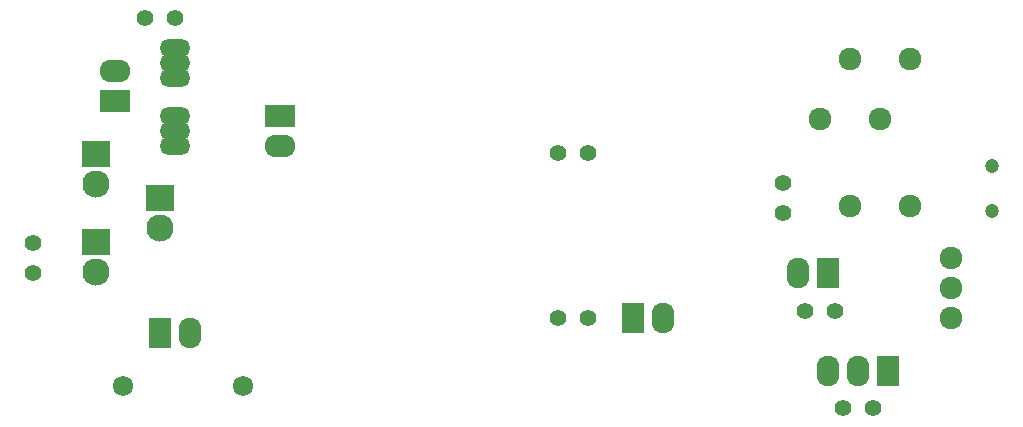
<source format=gbr>
%TF.GenerationSoftware,KiCad,Pcbnew,(2015-12-30 BZR 6409)-product*%
%TF.CreationDate,2016-01-04T10:25:45+01:00*%
%TF.ProjectId,transmitter,7472616E736D69747465722E6B696361,rev?*%
%TF.FileFunction,Soldermask,Top*%
%FSLAX46Y46*%
G04 Gerber Fmt 4.6, Leading zero omitted, Abs format (unit mm)*
G04 Created by KiCad (PCBNEW (2015-12-30 BZR 6409)-product) date pon, 4 sty 2016, 10:25:45*
%MOMM*%
G01*
G04 APERTURE LIST*
%ADD10C,0.100000*%
%ADD11C,1.197560*%
%ADD12R,2.400000X2.300000*%
%ADD13C,2.300000*%
%ADD14O,2.600000X1.500000*%
%ADD15R,1.924000X2.599640*%
%ADD16O,1.924000X2.599640*%
%ADD17C,1.924000*%
%ADD18C,1.416000*%
%ADD19R,2.599640X1.924000*%
%ADD20O,2.599640X1.924000*%
%ADD21C,1.720800*%
G04 APERTURE END LIST*
D10*
D11*
X136469700Y-102640380D03*
X136467160Y-98843080D03*
D12*
X60626000Y-105268000D03*
D13*
X60626000Y-107808000D03*
D14*
X67310000Y-97155000D03*
X67310000Y-95885000D03*
X67310000Y-94615000D03*
X67310000Y-88900000D03*
X67310000Y-90170000D03*
X67310000Y-91440000D03*
D15*
X122555000Y-107950000D03*
D16*
X120015000Y-107950000D03*
D12*
X60626000Y-97805000D03*
D13*
X60626000Y-100345000D03*
D17*
X133000000Y-111760000D03*
X133000000Y-109220000D03*
X133000000Y-106680000D03*
D12*
X66040000Y-101600000D03*
D13*
X66040000Y-104140000D03*
D15*
X127635000Y-116205000D03*
D16*
X125095000Y-116205000D03*
X122555000Y-116205000D03*
D18*
X99695000Y-111760000D03*
X102235000Y-111760000D03*
X123825000Y-119380000D03*
X126365000Y-119380000D03*
X118745000Y-100330000D03*
X118745000Y-102870000D03*
X123190000Y-111125000D03*
X120650000Y-111125000D03*
D15*
X106045000Y-111760000D03*
D16*
X108585000Y-111760000D03*
D18*
X99695000Y-97790000D03*
X102235000Y-97790000D03*
D19*
X62230000Y-93345000D03*
D20*
X62230000Y-90805000D03*
D15*
X66040000Y-113030000D03*
D16*
X68580000Y-113030000D03*
D18*
X67310000Y-86360000D03*
X64770000Y-86360000D03*
X55245000Y-105410000D03*
X55245000Y-107950000D03*
D19*
X76200000Y-94615000D03*
D20*
X76200000Y-97155000D03*
D21*
X62865000Y-117475000D03*
X73025000Y-117475000D03*
D17*
X129540000Y-89789000D03*
X127000000Y-94869000D03*
X129540000Y-102235000D03*
X124460000Y-89789000D03*
X121920000Y-94869000D03*
X124460000Y-102235000D03*
M02*

</source>
